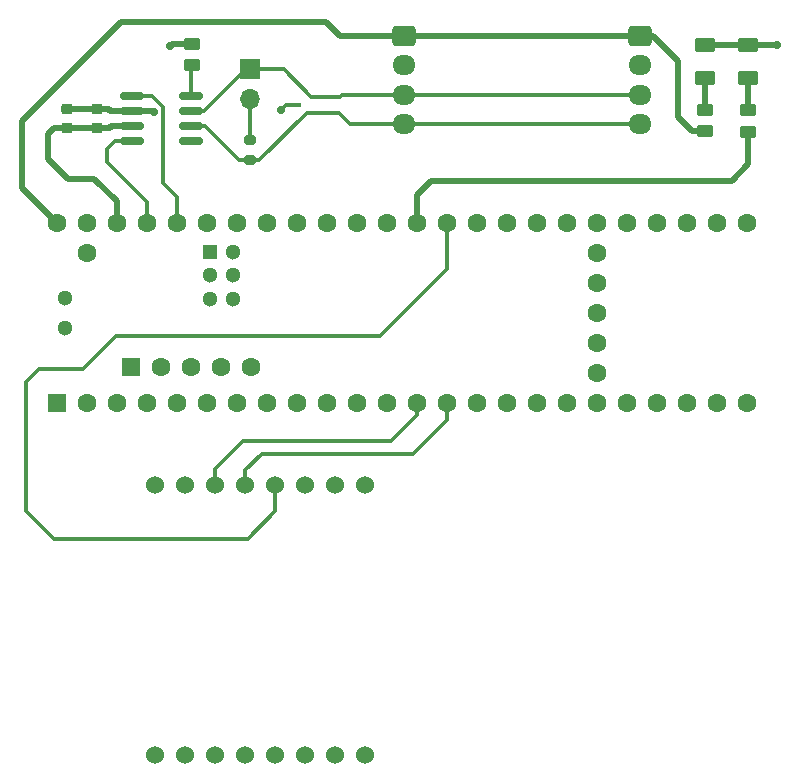
<source format=gbr>
%TF.GenerationSoftware,KiCad,Pcbnew,7.0.8*%
%TF.CreationDate,2024-01-21T00:30:14-07:00*%
%TF.ProjectId,telemetry,74656c65-6d65-4747-9279-2e6b69636164,v1*%
%TF.SameCoordinates,Original*%
%TF.FileFunction,Copper,L1,Top*%
%TF.FilePolarity,Positive*%
%FSLAX46Y46*%
G04 Gerber Fmt 4.6, Leading zero omitted, Abs format (unit mm)*
G04 Created by KiCad (PCBNEW 7.0.8) date 2024-01-21 00:30:14*
%MOMM*%
%LPD*%
G01*
G04 APERTURE LIST*
G04 Aperture macros list*
%AMRoundRect*
0 Rectangle with rounded corners*
0 $1 Rounding radius*
0 $2 $3 $4 $5 $6 $7 $8 $9 X,Y pos of 4 corners*
0 Add a 4 corners polygon primitive as box body*
4,1,4,$2,$3,$4,$5,$6,$7,$8,$9,$2,$3,0*
0 Add four circle primitives for the rounded corners*
1,1,$1+$1,$2,$3*
1,1,$1+$1,$4,$5*
1,1,$1+$1,$6,$7*
1,1,$1+$1,$8,$9*
0 Add four rect primitives between the rounded corners*
20,1,$1+$1,$2,$3,$4,$5,0*
20,1,$1+$1,$4,$5,$6,$7,0*
20,1,$1+$1,$6,$7,$8,$9,0*
20,1,$1+$1,$8,$9,$2,$3,0*%
G04 Aperture macros list end*
%TA.AperFunction,SMDPad,CuDef*%
%ADD10RoundRect,0.225000X0.250000X-0.225000X0.250000X0.225000X-0.250000X0.225000X-0.250000X-0.225000X0*%
%TD*%
%TA.AperFunction,SMDPad,CuDef*%
%ADD11RoundRect,0.250000X-0.625000X0.375000X-0.625000X-0.375000X0.625000X-0.375000X0.625000X0.375000X0*%
%TD*%
%TA.AperFunction,SMDPad,CuDef*%
%ADD12RoundRect,0.250000X0.450000X-0.262500X0.450000X0.262500X-0.450000X0.262500X-0.450000X-0.262500X0*%
%TD*%
%TA.AperFunction,ComponentPad*%
%ADD13RoundRect,0.250000X-0.725000X0.600000X-0.725000X-0.600000X0.725000X-0.600000X0.725000X0.600000X0*%
%TD*%
%TA.AperFunction,ComponentPad*%
%ADD14O,1.950000X1.700000*%
%TD*%
%TA.AperFunction,SMDPad,CuDef*%
%ADD15RoundRect,0.150000X-0.825000X-0.150000X0.825000X-0.150000X0.825000X0.150000X-0.825000X0.150000X0*%
%TD*%
%TA.AperFunction,SMDPad,CuDef*%
%ADD16R,0.700000X0.450000*%
%TD*%
%TA.AperFunction,ComponentPad*%
%ADD17R,1.700000X1.700000*%
%TD*%
%TA.AperFunction,ComponentPad*%
%ADD18O,1.700000X1.700000*%
%TD*%
%TA.AperFunction,SMDPad,CuDef*%
%ADD19RoundRect,0.250000X-0.450000X0.262500X-0.450000X-0.262500X0.450000X-0.262500X0.450000X0.262500X0*%
%TD*%
%TA.AperFunction,SMDPad,CuDef*%
%ADD20RoundRect,0.200000X-0.275000X0.200000X-0.275000X-0.200000X0.275000X-0.200000X0.275000X0.200000X0*%
%TD*%
%TA.AperFunction,ComponentPad*%
%ADD21C,1.524000*%
%TD*%
%TA.AperFunction,ComponentPad*%
%ADD22R,1.600000X1.600000*%
%TD*%
%TA.AperFunction,ComponentPad*%
%ADD23C,1.600000*%
%TD*%
%TA.AperFunction,ComponentPad*%
%ADD24R,1.300000X1.300000*%
%TD*%
%TA.AperFunction,ComponentPad*%
%ADD25C,1.300000*%
%TD*%
%TA.AperFunction,ViaPad*%
%ADD26C,0.700000*%
%TD*%
%TA.AperFunction,Conductor*%
%ADD27C,0.500000*%
%TD*%
%TA.AperFunction,Conductor*%
%ADD28C,0.300000*%
%TD*%
G04 APERTURE END LIST*
D10*
%TO.P,C2,1*%
%TO.N,+3.3V*%
X112510000Y-75275000D03*
%TO.P,C2,2*%
%TO.N,GND*%
X112510000Y-73725000D03*
%TD*%
D11*
%TO.P,D2,1,K*%
%TO.N,GND*%
X164000000Y-68277500D03*
%TO.P,D2,2,A*%
%TO.N,/PWR_LED*%
X164000000Y-71077500D03*
%TD*%
D12*
%TO.P,R4,1*%
%TO.N,+5V*%
X164000000Y-75600000D03*
%TO.P,R4,2*%
%TO.N,/PWR_LED*%
X164000000Y-73775000D03*
%TD*%
D13*
%TO.P,J1,1,Pin_1*%
%TO.N,+5V*%
X158500000Y-67500000D03*
D14*
%TO.P,J1,2,Pin_2*%
%TO.N,GND*%
X158500000Y-70000000D03*
%TO.P,J1,3,Pin_3*%
%TO.N,/CANH*%
X158500000Y-72500000D03*
%TO.P,J1,4,Pin_4*%
%TO.N,/CANL*%
X158500000Y-75000000D03*
%TD*%
D15*
%TO.P,U2,1,D*%
%TO.N,/CTX1*%
X115525000Y-72595000D03*
%TO.P,U2,2,GND*%
%TO.N,GND*%
X115525000Y-73865000D03*
%TO.P,U2,3,VCC*%
%TO.N,+3.3V*%
X115525000Y-75135000D03*
%TO.P,U2,4,R*%
%TO.N,/CRX1*%
X115525000Y-76405000D03*
%TO.P,U2,5,Vref*%
%TO.N,unconnected-(U2-Vref-Pad5)*%
X120475000Y-76405000D03*
%TO.P,U2,6,CANL*%
%TO.N,/CANL*%
X120475000Y-75135000D03*
%TO.P,U2,7,CANH*%
%TO.N,/CANH*%
X120475000Y-73865000D03*
%TO.P,U2,8,Rs*%
%TO.N,/CAN_Rs*%
X120475000Y-72595000D03*
%TD*%
D12*
%TO.P,R3,1*%
%TO.N,/USER_LED*%
X167700000Y-75612500D03*
%TO.P,R3,2*%
%TO.N,/USR_LED_RSTR*%
X167700000Y-73787500D03*
%TD*%
D13*
%TO.P,J2,1,Pin_1*%
%TO.N,+5V*%
X138500000Y-67500000D03*
D14*
%TO.P,J2,2,Pin_2*%
%TO.N,GND*%
X138500000Y-70000000D03*
%TO.P,J2,3,Pin_3*%
%TO.N,/CANH*%
X138500000Y-72500000D03*
%TO.P,J2,4,Pin_4*%
%TO.N,/CANL*%
X138500000Y-75000000D03*
%TD*%
D16*
%TO.P,D1,1,A1*%
%TO.N,/CANL*%
X131500000Y-74010000D03*
%TO.P,D1,2,A2*%
%TO.N,/CANH*%
X131500000Y-72710000D03*
%TO.P,D1,3,common*%
%TO.N,GND*%
X129500000Y-73360000D03*
%TD*%
D10*
%TO.P,C1,1*%
%TO.N,+3.3V*%
X110000000Y-75275000D03*
%TO.P,C1,2*%
%TO.N,GND*%
X110000000Y-73725000D03*
%TD*%
D17*
%TO.P,JP1,1,A*%
%TO.N,/CANH*%
X125500000Y-70360000D03*
D18*
%TO.P,JP1,2,B*%
%TO.N,Net-(JP1-B)*%
X125500000Y-72900000D03*
%TD*%
D19*
%TO.P,R1,1*%
%TO.N,GND*%
X120600000Y-68187500D03*
%TO.P,R1,2*%
%TO.N,/CAN_Rs*%
X120600000Y-70012500D03*
%TD*%
D11*
%TO.P,D3,1,K*%
%TO.N,GND*%
X167700000Y-68300000D03*
%TO.P,D3,2,A*%
%TO.N,/USR_LED_RSTR*%
X167700000Y-71100000D03*
%TD*%
D20*
%TO.P,R2,1*%
%TO.N,Net-(JP1-B)*%
X125500000Y-76360000D03*
%TO.P,R2,2*%
%TO.N,/CANL*%
X125500000Y-78010000D03*
%TD*%
D21*
%TO.P,U3,1,NC*%
%TO.N,unconnected-(U3-NC-Pad1)*%
X135247500Y-105570000D03*
%TO.P,U3,2,CE*%
%TO.N,/CE*%
X132707500Y-105570000D03*
%TO.P,U3,3,CS*%
%TO.N,/CS*%
X130167500Y-105570000D03*
%TO.P,U3,4,SCK*%
%TO.N,/SCK*%
X127627500Y-105570000D03*
%TO.P,U3,5,SDO*%
%TO.N,/MISO*%
X125087500Y-105570000D03*
%TO.P,U3,6,SDI*%
%TO.N,/MOSI*%
X122547500Y-105570000D03*
%TO.P,U3,7,3V3*%
%TO.N,+3.3V*%
X120007500Y-105570000D03*
%TO.P,U3,8,GND*%
%TO.N,GND*%
X117467500Y-105570000D03*
%TO.P,U3,9,GND*%
X117467500Y-128430000D03*
%TO.P,U3,10,NC*%
%TO.N,unconnected-(U3-NC-Pad10)*%
X120007500Y-128430000D03*
%TO.P,U3,11,NC*%
%TO.N,unconnected-(U3-NC-Pad11)*%
X122547500Y-128430000D03*
%TO.P,U3,12,NC*%
%TO.N,unconnected-(U3-NC-Pad12)*%
X125087500Y-128430000D03*
%TO.P,U3,13,NC*%
%TO.N,unconnected-(U3-NC-Pad13)*%
X127627500Y-128430000D03*
%TO.P,U3,14,NC*%
%TO.N,unconnected-(U3-NC-Pad14)*%
X130167500Y-128430000D03*
%TO.P,U3,15,INT*%
%TO.N,unconnected-(U3-INT-Pad15)*%
X132707500Y-128430000D03*
%TO.P,U3,16,NC*%
%TO.N,unconnected-(U3-NC-Pad16)*%
X135247500Y-128430000D03*
%TD*%
D22*
%TO.P,U1,1,GND*%
%TO.N,GND*%
X109125000Y-98580000D03*
D23*
%TO.P,U1,2,0_RX1_CRX2_CS1*%
%TO.N,unconnected-(U1-0_RX1_CRX2_CS1-Pad2)*%
X111665000Y-98580000D03*
%TO.P,U1,3,1_TX1_CTX2_MISO1*%
%TO.N,unconnected-(U1-1_TX1_CTX2_MISO1-Pad3)*%
X114205000Y-98580000D03*
%TO.P,U1,4,2_OUT2*%
%TO.N,/CE*%
X116745000Y-98580000D03*
%TO.P,U1,5,3_LRCLK2*%
%TO.N,unconnected-(U1-3_LRCLK2-Pad5)*%
X119285000Y-98580000D03*
%TO.P,U1,6,4_BCLK2*%
%TO.N,unconnected-(U1-4_BCLK2-Pad6)*%
X121825000Y-98580000D03*
%TO.P,U1,7,5_IN2*%
%TO.N,unconnected-(U1-5_IN2-Pad7)*%
X124365000Y-98580000D03*
%TO.P,U1,8,6_OUT1D*%
%TO.N,unconnected-(U1-6_OUT1D-Pad8)*%
X126905000Y-98580000D03*
%TO.P,U1,9,7_RX2_OUT1A*%
%TO.N,unconnected-(U1-7_RX2_OUT1A-Pad9)*%
X129445000Y-98580000D03*
%TO.P,U1,10,8_TX2_IN1*%
%TO.N,unconnected-(U1-8_TX2_IN1-Pad10)*%
X131985000Y-98580000D03*
%TO.P,U1,11,9_OUT1C*%
%TO.N,unconnected-(U1-9_OUT1C-Pad11)*%
X134525000Y-98580000D03*
%TO.P,U1,12,10_CS_MQSR*%
%TO.N,/CS*%
X137065000Y-98580000D03*
%TO.P,U1,13,11_MOSI_CTX1*%
%TO.N,/MOSI*%
X139605000Y-98580000D03*
%TO.P,U1,14,12_MISO_MQSL*%
%TO.N,/MISO*%
X142145000Y-98580000D03*
%TO.P,U1,15,3V3*%
%TO.N,unconnected-(U1-3V3-Pad15)*%
X144685000Y-98580000D03*
%TO.P,U1,16,24_A10_TX6_SCL2*%
%TO.N,unconnected-(U1-24_A10_TX6_SCL2-Pad16)*%
X147225000Y-98580000D03*
%TO.P,U1,17,25_A11_RX6_SDA2*%
%TO.N,unconnected-(U1-25_A11_RX6_SDA2-Pad17)*%
X149765000Y-98580000D03*
%TO.P,U1,18,26_A12_MOSI1*%
%TO.N,unconnected-(U1-26_A12_MOSI1-Pad18)*%
X152305000Y-98580000D03*
%TO.P,U1,19,27_A13_SCK1*%
%TO.N,unconnected-(U1-27_A13_SCK1-Pad19)*%
X154845000Y-98580000D03*
%TO.P,U1,20,28_RX7*%
%TO.N,unconnected-(U1-28_RX7-Pad20)*%
X157385000Y-98580000D03*
%TO.P,U1,21,29_TX7*%
%TO.N,unconnected-(U1-29_TX7-Pad21)*%
X159925000Y-98580000D03*
%TO.P,U1,22,30_CRX3*%
%TO.N,unconnected-(U1-30_CRX3-Pad22)*%
X162465000Y-98580000D03*
%TO.P,U1,23,31_CTX3*%
%TO.N,unconnected-(U1-31_CTX3-Pad23)*%
X165005000Y-98580000D03*
%TO.P,U1,24,32_OUT1B*%
%TO.N,unconnected-(U1-32_OUT1B-Pad24)*%
X167545000Y-98580000D03*
%TO.P,U1,25,33_MCLK2*%
%TO.N,unconnected-(U1-33_MCLK2-Pad25)*%
X167545000Y-83340000D03*
%TO.P,U1,26,34_RX8*%
%TO.N,unconnected-(U1-34_RX8-Pad26)*%
X165005000Y-83340000D03*
%TO.P,U1,27,35_TX8*%
%TO.N,unconnected-(U1-35_TX8-Pad27)*%
X162465000Y-83340000D03*
%TO.P,U1,28,36_CS*%
%TO.N,unconnected-(U1-36_CS-Pad28)*%
X159925000Y-83340000D03*
%TO.P,U1,29,37_CS*%
%TO.N,unconnected-(U1-37_CS-Pad29)*%
X157385000Y-83340000D03*
%TO.P,U1,30,38_CS1_IN1*%
%TO.N,unconnected-(U1-38_CS1_IN1-Pad30)*%
X154845000Y-83340000D03*
%TO.P,U1,31,39_MISO1_OUT1A*%
%TO.N,unconnected-(U1-39_MISO1_OUT1A-Pad31)*%
X152305000Y-83340000D03*
%TO.P,U1,32,40_A16*%
%TO.N,unconnected-(U1-40_A16-Pad32)*%
X149765000Y-83340000D03*
%TO.P,U1,33,41_A17*%
%TO.N,unconnected-(U1-41_A17-Pad33)*%
X147225000Y-83340000D03*
%TO.P,U1,34,GND*%
%TO.N,GND*%
X144685000Y-83340000D03*
%TO.P,U1,35,13_SCK_LED*%
%TO.N,/SCK*%
X142145000Y-83340000D03*
%TO.P,U1,36,14_A0_TX3_SPDIF_OUT*%
%TO.N,/USER_LED*%
X139605000Y-83340000D03*
%TO.P,U1,37,15_A1_RX3_SPDIF_IN*%
%TO.N,unconnected-(U1-15_A1_RX3_SPDIF_IN-Pad37)*%
X137065000Y-83340000D03*
%TO.P,U1,38,16_A2_RX4_SCL1*%
%TO.N,unconnected-(U1-16_A2_RX4_SCL1-Pad38)*%
X134525000Y-83340000D03*
%TO.P,U1,39,17_A3_TX4_SDA1*%
%TO.N,unconnected-(U1-17_A3_TX4_SDA1-Pad39)*%
X131985000Y-83340000D03*
%TO.P,U1,40,18_A4_SDA*%
%TO.N,unconnected-(U1-18_A4_SDA-Pad40)*%
X129445000Y-83340000D03*
%TO.P,U1,41,19_A5_SCL*%
%TO.N,unconnected-(U1-19_A5_SCL-Pad41)*%
X126905000Y-83340000D03*
%TO.P,U1,42,20_A6_TX5_LRCLK1*%
%TO.N,unconnected-(U1-20_A6_TX5_LRCLK1-Pad42)*%
X124365000Y-83340000D03*
%TO.P,U1,43,21_A7_RX5_BCLK1*%
%TO.N,unconnected-(U1-21_A7_RX5_BCLK1-Pad43)*%
X121825000Y-83340000D03*
%TO.P,U1,44,22_A8_CTX1*%
%TO.N,/CTX1*%
X119285000Y-83340000D03*
%TO.P,U1,45,23_A9_CRX1_MCLK1*%
%TO.N,/CRX1*%
X116745000Y-83340000D03*
%TO.P,U1,46,3V3*%
%TO.N,+3.3V*%
X114205000Y-83340000D03*
%TO.P,U1,47,GND*%
%TO.N,GND*%
X111665000Y-83340000D03*
%TO.P,U1,48,VIN*%
%TO.N,+5V*%
X109125000Y-83340000D03*
%TO.P,U1,49,VUSB*%
%TO.N,unconnected-(U1-VUSB-Pad49)*%
X111665000Y-85880000D03*
%TO.P,U1,50,VBAT*%
%TO.N,unconnected-(U1-VBAT-Pad50)*%
X154845000Y-96040000D03*
%TO.P,U1,51,3V3*%
%TO.N,unconnected-(U1-3V3-Pad51)*%
X154845000Y-93500000D03*
%TO.P,U1,52,GND*%
%TO.N,unconnected-(U1-GND-Pad52)*%
X154845000Y-90960000D03*
%TO.P,U1,53,PROGRAM*%
%TO.N,unconnected-(U1-PROGRAM-Pad53)*%
X154845000Y-88420000D03*
%TO.P,U1,54,ON_OFF*%
%TO.N,unconnected-(U1-ON_OFF-Pad54)*%
X154845000Y-85880000D03*
D22*
%TO.P,U1,55,5V*%
%TO.N,unconnected-(U1-5V-Pad55)*%
X115424200Y-95529200D03*
D23*
%TO.P,U1,56,D-*%
%TO.N,unconnected-(U1-D--Pad56)*%
X117964200Y-95529200D03*
%TO.P,U1,57,D+*%
%TO.N,unconnected-(U1-D+-Pad57)*%
X120504200Y-95529200D03*
%TO.P,U1,58,GND*%
%TO.N,unconnected-(U1-GND-Pad58)*%
X123044200Y-95529200D03*
%TO.P,U1,59,GND*%
%TO.N,unconnected-(U1-GND-Pad59)*%
X125584200Y-95529200D03*
D24*
%TO.P,U1,60,R+*%
%TO.N,unconnected-(U1-R+-Pad60)*%
X122095000Y-85778400D03*
D25*
%TO.P,U1,61,LED*%
%TO.N,unconnected-(U1-LED-Pad61)*%
X122095000Y-87778400D03*
%TO.P,U1,62,T-*%
%TO.N,unconnected-(U1-T--Pad62)*%
X122095000Y-89778400D03*
%TO.P,U1,63,T+*%
%TO.N,unconnected-(U1-T+-Pad63)*%
X124095000Y-89778400D03*
%TO.P,U1,64,GND*%
%TO.N,unconnected-(U1-GND-Pad64)*%
X124095000Y-87778400D03*
%TO.P,U1,65,R-*%
%TO.N,unconnected-(U1-R--Pad65)*%
X124095000Y-85778400D03*
%TO.P,U1,66,D-*%
%TO.N,unconnected-(U1-D--Pad66)*%
X109855000Y-89690000D03*
%TO.P,U1,67,D+*%
%TO.N,unconnected-(U1-D+-Pad67)*%
X109855000Y-92230000D03*
%TD*%
D26*
%TO.N,GND*%
X118700000Y-68400000D03*
X128100000Y-73800000D03*
X117400000Y-74000000D03*
X170100000Y-68300000D03*
%TD*%
D27*
%TO.N,+3.3V*%
X110100000Y-79600000D02*
X108400000Y-77900000D01*
X114205000Y-83340000D02*
X114205000Y-81505000D01*
X114205000Y-81505000D02*
X112300000Y-79600000D01*
X108400000Y-77900000D02*
X108400000Y-75800000D01*
X110000000Y-75275000D02*
X112510000Y-75275000D01*
X108400000Y-75800000D02*
X108925000Y-75275000D01*
X113765000Y-75135000D02*
X115525000Y-75135000D01*
X108925000Y-75275000D02*
X110000000Y-75275000D01*
X112510000Y-75275000D02*
X113625000Y-75275000D01*
X113625000Y-75275000D02*
X113765000Y-75135000D01*
X112300000Y-79600000D02*
X110100000Y-79600000D01*
%TO.N,GND*%
X164000000Y-68277500D02*
X167677500Y-68277500D01*
X110000000Y-73725000D02*
X112510000Y-73725000D01*
X167700000Y-68300000D02*
X170100000Y-68300000D01*
X112510000Y-73725000D02*
X113525000Y-73725000D01*
X113665000Y-73865000D02*
X115525000Y-73865000D01*
X113525000Y-73725000D02*
X113665000Y-73865000D01*
X167677500Y-68277500D02*
X167700000Y-68300000D01*
X115525000Y-73865000D02*
X117265000Y-73865000D01*
X120600000Y-68187500D02*
X118912500Y-68187500D01*
X117265000Y-73865000D02*
X117400000Y-74000000D01*
D28*
X128540000Y-73360000D02*
X128100000Y-73800000D01*
X129500000Y-73360000D02*
X128540000Y-73360000D01*
D27*
X118912500Y-68187500D02*
X118700000Y-68400000D01*
D28*
%TO.N,/CANH*%
X121635000Y-73865000D02*
X125140000Y-70360000D01*
X133090000Y-72710000D02*
X131500000Y-72710000D01*
X128360000Y-70360000D02*
X125500000Y-70360000D01*
X120475000Y-73865000D02*
X121635000Y-73865000D01*
X131500000Y-72710000D02*
X130710000Y-72710000D01*
X125140000Y-70360000D02*
X125500000Y-70360000D01*
X133300000Y-72500000D02*
X133090000Y-72710000D01*
X138500000Y-72500000D02*
X133300000Y-72500000D01*
X130710000Y-72710000D02*
X128360000Y-70360000D01*
X138500000Y-72500000D02*
X158500000Y-72500000D01*
%TO.N,/CANL*%
X124610000Y-78010000D02*
X125500000Y-78010000D01*
X131500000Y-74010000D02*
X133010000Y-74010000D01*
X134000000Y-75000000D02*
X138500000Y-75000000D01*
X125500000Y-78010000D02*
X126290000Y-78010000D01*
X126290000Y-78010000D02*
X130290000Y-74010000D01*
X133010000Y-74010000D02*
X134000000Y-75000000D01*
X158500000Y-75000000D02*
X138500000Y-75000000D01*
X120475000Y-75135000D02*
X121735000Y-75135000D01*
X130290000Y-74010000D02*
X131500000Y-74010000D01*
X121735000Y-75135000D02*
X124610000Y-78010000D01*
D27*
%TO.N,+5V*%
X161700000Y-74400000D02*
X161700000Y-69600000D01*
X131900000Y-66300000D02*
X133100000Y-67500000D01*
X138500000Y-67500000D02*
X158500000Y-67500000D01*
X106200000Y-74700000D02*
X114600000Y-66300000D01*
X133100000Y-67500000D02*
X138500000Y-67500000D01*
X114600000Y-66300000D02*
X131900000Y-66300000D01*
X164000000Y-75600000D02*
X162900000Y-75600000D01*
X109125000Y-83340000D02*
X106200000Y-80415000D01*
X161700000Y-69600000D02*
X159600000Y-67500000D01*
X162900000Y-75600000D02*
X161700000Y-74400000D01*
X106200000Y-80415000D02*
X106200000Y-74700000D01*
X159600000Y-67500000D02*
X158500000Y-67500000D01*
D28*
%TO.N,Net-(JP1-B)*%
X125500000Y-72900000D02*
X125500000Y-76360000D01*
%TO.N,/CAN_Rs*%
X120475000Y-72595000D02*
X120475000Y-70137500D01*
X120475000Y-70137500D02*
X120600000Y-70012500D01*
%TO.N,/CRX1*%
X116745000Y-81545000D02*
X116745000Y-83340000D01*
X114095000Y-76405000D02*
X113400000Y-77100000D01*
X113400000Y-78200000D02*
X116745000Y-81545000D01*
X115525000Y-76405000D02*
X114095000Y-76405000D01*
X113400000Y-77100000D02*
X113400000Y-78200000D01*
%TO.N,/CTX1*%
X118100000Y-73500000D02*
X118100000Y-80000000D01*
X117195000Y-72595000D02*
X118100000Y-73500000D01*
X115525000Y-72595000D02*
X117195000Y-72595000D01*
X119285000Y-81185000D02*
X119285000Y-83340000D01*
X118100000Y-80000000D02*
X119285000Y-81185000D01*
D27*
%TO.N,/PWR_LED*%
X164000000Y-71077500D02*
X164000000Y-73775000D01*
%TO.N,/USR_LED_RSTR*%
X167700000Y-71100000D02*
X167700000Y-73787500D01*
%TO.N,/USER_LED*%
X167700000Y-78400000D02*
X167700000Y-75612500D01*
X139605000Y-80995000D02*
X140800000Y-79800000D01*
X139605000Y-83340000D02*
X139605000Y-80995000D01*
X166300000Y-79800000D02*
X167700000Y-78400000D01*
X140800000Y-79800000D02*
X166300000Y-79800000D01*
D28*
%TO.N,/MOSI*%
X137400000Y-101800000D02*
X139605000Y-99595000D01*
X139605000Y-99595000D02*
X139605000Y-98580000D01*
X122547500Y-105570000D02*
X122547500Y-104152500D01*
X122547500Y-104152500D02*
X124900000Y-101800000D01*
X124900000Y-101800000D02*
X137400000Y-101800000D01*
%TO.N,/MISO*%
X142145000Y-100055000D02*
X142145000Y-98580000D01*
X125087500Y-105570000D02*
X125087500Y-104312500D01*
X139300000Y-102900000D02*
X142145000Y-100055000D01*
X125087500Y-104312500D02*
X126500000Y-102900000D01*
X126500000Y-102900000D02*
X139300000Y-102900000D01*
%TO.N,/SCK*%
X111400000Y-95700000D02*
X107600000Y-95700000D01*
X114200000Y-92900000D02*
X111400000Y-95700000D01*
X106500000Y-107700000D02*
X108900000Y-110100000D01*
X107600000Y-95700000D02*
X106500000Y-96800000D01*
X127627500Y-107772500D02*
X127627500Y-105570000D01*
X136500000Y-92900000D02*
X114200000Y-92900000D01*
X106500000Y-96800000D02*
X106500000Y-107700000D01*
X142145000Y-87255000D02*
X136500000Y-92900000D01*
X125300000Y-110100000D02*
X127627500Y-107772500D01*
X142145000Y-83340000D02*
X142145000Y-87255000D01*
X108900000Y-110100000D02*
X125300000Y-110100000D01*
%TD*%
M02*

</source>
